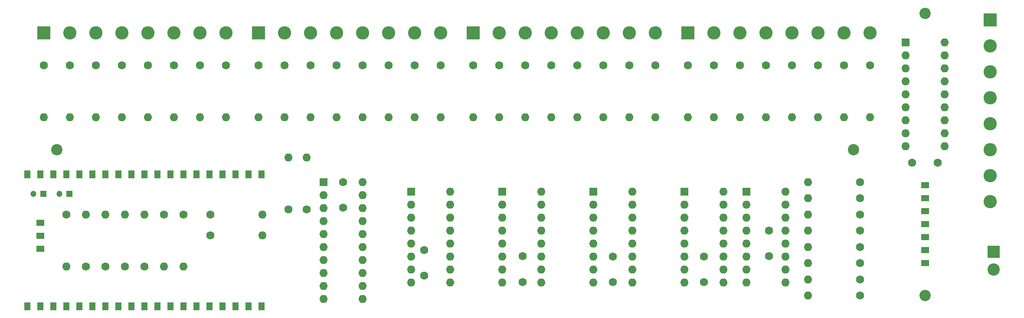
<source format=gbs>
G04 #@! TF.GenerationSoftware,KiCad,Pcbnew,(5.1.10)-1*
G04 #@! TF.CreationDate,2023-12-13T20:17:28-05:00*
G04 #@! TF.ProjectId,LED_Matrix_Driver,4c45445f-4d61-4747-9269-785f44726976,rev?*
G04 #@! TF.SameCoordinates,Original*
G04 #@! TF.FileFunction,Soldermask,Bot*
G04 #@! TF.FilePolarity,Negative*
%FSLAX46Y46*%
G04 Gerber Fmt 4.6, Leading zero omitted, Abs format (unit mm)*
G04 Created by KiCad (PCBNEW (5.1.10)-1) date 2023-12-13 20:17:28*
%MOMM*%
%LPD*%
G01*
G04 APERTURE LIST*
%ADD10C,2.200000*%
%ADD11O,1.600000X1.600000*%
%ADD12C,1.600000*%
%ADD13R,1.500000X1.200000*%
%ADD14C,1.200000*%
%ADD15R,1.200000X1.200000*%
%ADD16R,1.600000X1.600000*%
%ADD17R,1.200000X1.524000*%
%ADD18C,2.600000*%
%ADD19R,2.600000X2.600000*%
%ADD20C,2.400000*%
%ADD21R,2.400000X2.400000*%
G04 APERTURE END LIST*
D10*
X173355000Y-40640000D03*
X17780000Y-40640000D03*
X187325000Y-69215000D03*
X187325000Y-13970000D03*
D11*
X57912000Y-53340000D03*
D12*
X47752000Y-53340000D03*
D11*
X62992000Y-42164000D03*
D12*
X62992000Y-52324000D03*
D11*
X57912000Y-57404000D03*
D12*
X47752000Y-57404000D03*
D11*
X66548000Y-42164000D03*
D12*
X66548000Y-52324000D03*
D13*
X187325000Y-50165000D03*
X187325000Y-47625000D03*
X187325000Y-52705000D03*
X187325000Y-55245000D03*
X187325000Y-57785000D03*
X187325000Y-60325000D03*
X187325000Y-62865000D03*
X14605000Y-54991000D03*
X14605000Y-57531000D03*
X14605000Y-60071000D03*
D14*
X13208000Y-49276000D03*
D15*
X15208000Y-49276000D03*
D14*
X18288000Y-49276000D03*
D15*
X20288000Y-49276000D03*
D12*
X144145000Y-61595000D03*
X144145000Y-66595000D03*
X126365000Y-61595000D03*
X126365000Y-66595000D03*
X108712000Y-61548000D03*
X108712000Y-66548000D03*
X89535000Y-60325000D03*
X89535000Y-65325000D03*
X156845000Y-61515000D03*
X156845000Y-56515000D03*
X184785000Y-43180000D03*
X189785000Y-43180000D03*
X73660000Y-51990000D03*
X73660000Y-46990000D03*
D16*
X140335000Y-48895000D03*
D11*
X147955000Y-66675000D03*
X140335000Y-51435000D03*
X147955000Y-64135000D03*
X140335000Y-53975000D03*
X147955000Y-61595000D03*
X140335000Y-56515000D03*
X147955000Y-59055000D03*
X140335000Y-59055000D03*
X147955000Y-56515000D03*
X140335000Y-61595000D03*
X147955000Y-53975000D03*
X140335000Y-64135000D03*
X147955000Y-51435000D03*
X140335000Y-66675000D03*
X147955000Y-48895000D03*
D16*
X122555000Y-48895000D03*
D11*
X130175000Y-66675000D03*
X122555000Y-51435000D03*
X130175000Y-64135000D03*
X122555000Y-53975000D03*
X130175000Y-61595000D03*
X122555000Y-56515000D03*
X130175000Y-59055000D03*
X122555000Y-59055000D03*
X130175000Y-56515000D03*
X122555000Y-61595000D03*
X130175000Y-53975000D03*
X122555000Y-64135000D03*
X130175000Y-51435000D03*
X122555000Y-66675000D03*
X130175000Y-48895000D03*
D16*
X104775000Y-48895000D03*
D11*
X112395000Y-66675000D03*
X104775000Y-51435000D03*
X112395000Y-64135000D03*
X104775000Y-53975000D03*
X112395000Y-61595000D03*
X104775000Y-56515000D03*
X112395000Y-59055000D03*
X104775000Y-59055000D03*
X112395000Y-56515000D03*
X104775000Y-61595000D03*
X112395000Y-53975000D03*
X104775000Y-64135000D03*
X112395000Y-51435000D03*
X104775000Y-66675000D03*
X112395000Y-48895000D03*
D16*
X86995000Y-48895000D03*
D11*
X94615000Y-66675000D03*
X86995000Y-51435000D03*
X94615000Y-64135000D03*
X86995000Y-53975000D03*
X94615000Y-61595000D03*
X86995000Y-56515000D03*
X94615000Y-59055000D03*
X86995000Y-59055000D03*
X94615000Y-56515000D03*
X86995000Y-61595000D03*
X94615000Y-53975000D03*
X86995000Y-64135000D03*
X94615000Y-51435000D03*
X86995000Y-66675000D03*
X94615000Y-48895000D03*
X160020000Y-48895000D03*
X152400000Y-66675000D03*
X160020000Y-51435000D03*
X152400000Y-64135000D03*
X160020000Y-53975000D03*
X152400000Y-61595000D03*
X160020000Y-56515000D03*
X152400000Y-59055000D03*
X160020000Y-59055000D03*
X152400000Y-56515000D03*
X160020000Y-61595000D03*
X152400000Y-53975000D03*
X160020000Y-64135000D03*
X152400000Y-51435000D03*
X160020000Y-66675000D03*
D16*
X152400000Y-48895000D03*
D11*
X191135000Y-19685000D03*
X183515000Y-40005000D03*
X191135000Y-22225000D03*
X183515000Y-37465000D03*
X191135000Y-24765000D03*
X183515000Y-34925000D03*
X191135000Y-27305000D03*
X183515000Y-32385000D03*
X191135000Y-29845000D03*
X183515000Y-29845000D03*
X191135000Y-32385000D03*
X183515000Y-27305000D03*
X191135000Y-34925000D03*
X183515000Y-24765000D03*
X191135000Y-37465000D03*
X183515000Y-22225000D03*
X191135000Y-40005000D03*
D16*
X183515000Y-19685000D03*
X69850000Y-46990000D03*
D11*
X77470000Y-69850000D03*
X69850000Y-49530000D03*
X77470000Y-67310000D03*
X69850000Y-52070000D03*
X77470000Y-64770000D03*
X69850000Y-54610000D03*
X77470000Y-62230000D03*
X69850000Y-57150000D03*
X77470000Y-59690000D03*
X69850000Y-59690000D03*
X77470000Y-57150000D03*
X69850000Y-62230000D03*
X77470000Y-54610000D03*
X69850000Y-64770000D03*
X77470000Y-52070000D03*
X69850000Y-67310000D03*
X77470000Y-49530000D03*
X69850000Y-69850000D03*
X77470000Y-46990000D03*
D17*
X57785000Y-45470000D03*
X55245000Y-45470000D03*
X52705000Y-45470000D03*
X50165000Y-45470000D03*
X47625000Y-45470000D03*
X45085000Y-45470000D03*
X42545000Y-45470000D03*
X40005000Y-45470000D03*
X37465000Y-45470000D03*
X34925000Y-45470000D03*
X32385000Y-45470000D03*
X29845000Y-45470000D03*
X27305000Y-45470000D03*
X24765000Y-45470000D03*
X22225000Y-45470000D03*
X19685000Y-45470000D03*
X17145000Y-45470000D03*
X14605000Y-45470000D03*
X12065000Y-45470000D03*
X12065000Y-71370000D03*
X14605000Y-71370000D03*
X17145000Y-71370000D03*
X19685000Y-71370000D03*
X22225000Y-71370000D03*
X24765000Y-71370000D03*
X27305000Y-71370000D03*
X29845000Y-71370000D03*
X32385000Y-71370000D03*
X34925000Y-71370000D03*
X37465000Y-71370000D03*
X40005000Y-71370000D03*
X42545000Y-71370000D03*
X45085000Y-71370000D03*
X47625000Y-71370000D03*
X50165000Y-71370000D03*
X52705000Y-71370000D03*
X55245000Y-71370000D03*
X57785000Y-71370000D03*
D11*
X176530000Y-34290000D03*
D12*
X176530000Y-24130000D03*
D11*
X171450000Y-34290000D03*
D12*
X171450000Y-24130000D03*
D11*
X166370000Y-34290000D03*
D12*
X166370000Y-24130000D03*
D11*
X161290000Y-34290000D03*
D12*
X161290000Y-24130000D03*
D11*
X156210000Y-34290000D03*
D12*
X156210000Y-24130000D03*
D11*
X151130000Y-34290000D03*
D12*
X151130000Y-24130000D03*
D11*
X146050000Y-34290000D03*
D12*
X146050000Y-24130000D03*
D11*
X140970000Y-34290000D03*
D12*
X140970000Y-24130000D03*
D11*
X134620000Y-34290000D03*
D12*
X134620000Y-24130000D03*
D11*
X129540000Y-34290000D03*
D12*
X129540000Y-24130000D03*
D11*
X124460000Y-34290000D03*
D12*
X124460000Y-24130000D03*
D11*
X119380000Y-34290000D03*
D12*
X119380000Y-24130000D03*
D11*
X114300000Y-34290000D03*
D12*
X114300000Y-24130000D03*
D11*
X109220000Y-34290000D03*
D12*
X109220000Y-24130000D03*
D11*
X104140000Y-34290000D03*
D12*
X104140000Y-24130000D03*
D11*
X99060000Y-34290000D03*
D12*
X99060000Y-24130000D03*
D11*
X92710000Y-34290000D03*
D12*
X92710000Y-24130000D03*
D11*
X87630000Y-34290000D03*
D12*
X87630000Y-24130000D03*
D11*
X82550000Y-34290000D03*
D12*
X82550000Y-24130000D03*
D11*
X77470000Y-34290000D03*
D12*
X77470000Y-24130000D03*
D11*
X72390000Y-34290000D03*
D12*
X72390000Y-24130000D03*
D11*
X67310000Y-34290000D03*
D12*
X67310000Y-24130000D03*
D11*
X62230000Y-34290000D03*
D12*
X62230000Y-24130000D03*
D11*
X57150000Y-34290000D03*
D12*
X57150000Y-24130000D03*
D11*
X50800000Y-34290000D03*
D12*
X50800000Y-24130000D03*
D11*
X45720000Y-34290000D03*
D12*
X45720000Y-24130000D03*
D11*
X40640000Y-34290000D03*
D12*
X40640000Y-24130000D03*
D11*
X35560000Y-34290000D03*
D12*
X35560000Y-24130000D03*
D11*
X30480000Y-34290000D03*
D12*
X30480000Y-24130000D03*
D11*
X25400000Y-34290000D03*
D12*
X25400000Y-24130000D03*
D11*
X20320000Y-34290000D03*
D12*
X20320000Y-24130000D03*
D11*
X15240000Y-34290000D03*
D12*
X15240000Y-24130000D03*
D11*
X164465000Y-46990000D03*
D12*
X174625000Y-46990000D03*
D11*
X164465000Y-50165000D03*
D12*
X174625000Y-50165000D03*
D11*
X164465000Y-53340000D03*
D12*
X174625000Y-53340000D03*
D11*
X164465000Y-56515000D03*
D12*
X174625000Y-56515000D03*
D11*
X164465000Y-59690000D03*
D12*
X174625000Y-59690000D03*
D11*
X164465000Y-62865000D03*
D12*
X174625000Y-62865000D03*
D11*
X164465000Y-66040000D03*
D12*
X174625000Y-66040000D03*
D11*
X164465000Y-69215000D03*
D12*
X174625000Y-69215000D03*
D11*
X42545000Y-63500000D03*
D12*
X42545000Y-53340000D03*
D11*
X19685000Y-63500000D03*
D12*
X19685000Y-53340000D03*
D11*
X38735000Y-63500000D03*
D12*
X38735000Y-53340000D03*
D11*
X23495000Y-53340000D03*
D12*
X23495000Y-63500000D03*
D11*
X31115000Y-53340000D03*
D12*
X31115000Y-63500000D03*
D11*
X34925000Y-53340000D03*
D12*
X34925000Y-63500000D03*
D11*
X27305000Y-53340000D03*
D12*
X27305000Y-63500000D03*
D18*
X176530000Y-17780000D03*
X171450000Y-17780000D03*
X166370000Y-17780000D03*
X161290000Y-17780000D03*
X156210000Y-17780000D03*
X151130000Y-17780000D03*
X146050000Y-17780000D03*
D19*
X140970000Y-17780000D03*
D18*
X134620000Y-17780000D03*
X129540000Y-17780000D03*
X124460000Y-17780000D03*
X119380000Y-17780000D03*
X114300000Y-17780000D03*
X109220000Y-17780000D03*
X104140000Y-17780000D03*
D19*
X99060000Y-17780000D03*
D18*
X92710000Y-17780000D03*
X87630000Y-17780000D03*
X82550000Y-17780000D03*
X77470000Y-17780000D03*
X72390000Y-17780000D03*
X67310000Y-17780000D03*
X62230000Y-17780000D03*
D19*
X57150000Y-17780000D03*
D18*
X50800000Y-17780000D03*
X45720000Y-17780000D03*
X40640000Y-17780000D03*
X35560000Y-17780000D03*
X30480000Y-17780000D03*
X25400000Y-17780000D03*
X20320000Y-17780000D03*
D19*
X15240000Y-17780000D03*
D18*
X200025000Y-50800000D03*
X200025000Y-45720000D03*
X200025000Y-40640000D03*
X200025000Y-35560000D03*
X200025000Y-30480000D03*
X200025000Y-25400000D03*
X200025000Y-20320000D03*
D19*
X200025000Y-15240000D03*
D20*
X200660000Y-64135000D03*
D21*
X200660000Y-60635000D03*
M02*

</source>
